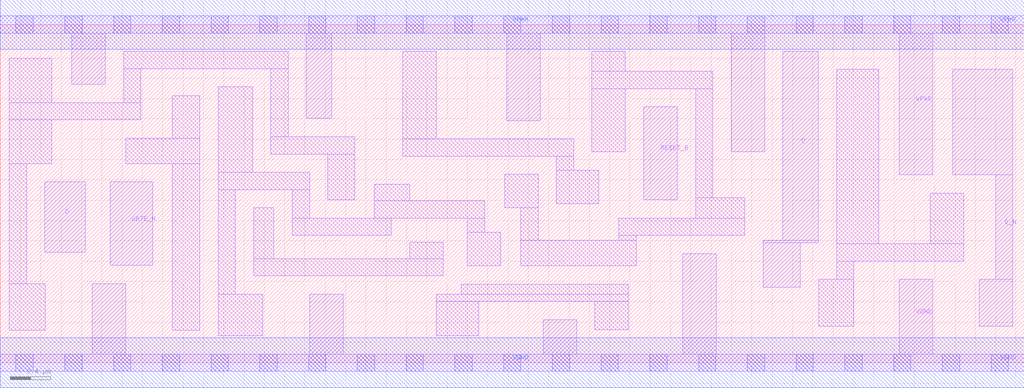
<source format=lef>
# Copyright 2020 The SkyWater PDK Authors
#
# Licensed under the Apache License, Version 2.0 (the "License");
# you may not use this file except in compliance with the License.
# You may obtain a copy of the License at
#
#     https://www.apache.org/licenses/LICENSE-2.0
#
# Unless required by applicable law or agreed to in writing, software
# distributed under the License is distributed on an "AS IS" BASIS,
# WITHOUT WARRANTIES OR CONDITIONS OF ANY KIND, either express or implied.
# See the License for the specific language governing permissions and
# limitations under the License.
#
# SPDX-License-Identifier: Apache-2.0

VERSION 5.7 ;
  NAMESCASESENSITIVE ON ;
  NOWIREEXTENSIONATPIN ON ;
  DIVIDERCHAR "/" ;
  BUSBITCHARS "[]" ;
UNITS
  DATABASE MICRONS 200 ;
END UNITS
MACRO sky130_fd_sc_lp__dlrbn_lp
  CLASS CORE ;
  SOURCE USER ;
  FOREIGN sky130_fd_sc_lp__dlrbn_lp ;
  ORIGIN  0.000000  0.000000 ;
  SIZE  10.08000 BY  3.330000 ;
  SYMMETRY X Y R90 ;
  SITE unit ;
  PIN D
    ANTENNAGATEAREA  0.376000 ;
    DIRECTION INPUT ;
    USE SIGNAL ;
    PORT
      LAYER li1 ;
        RECT 0.440000 1.090000 0.835000 1.780000 ;
    END
  END D
  PIN Q
    ANTENNADIFFAREA  0.402600 ;
    DIRECTION OUTPUT ;
    USE SIGNAL ;
    PORT
      LAYER li1 ;
        RECT 7.510000 0.745000 7.875000 1.180000 ;
        RECT 7.510000 1.180000 8.055000 1.205000 ;
        RECT 7.705000 1.205000 8.055000 3.065000 ;
    END
  END Q
  PIN Q_N
    ANTENNADIFFAREA  0.402600 ;
    DIRECTION OUTPUT ;
    USE SIGNAL ;
    PORT
      LAYER li1 ;
        RECT 9.380000 1.850000 9.970000 2.890000 ;
        RECT 9.640000 0.360000 9.970000 0.820000 ;
        RECT 9.800000 0.820000 9.970000 1.850000 ;
    END
  END Q_N
  PIN RESET_B
    ANTENNAGATEAREA  0.313000 ;
    DIRECTION INPUT ;
    USE SIGNAL ;
    PORT
      LAYER li1 ;
        RECT 6.335000 1.605000 6.665000 2.520000 ;
    END
  END RESET_B
  PIN GATE_N
    ANTENNAGATEAREA  0.376000 ;
    DIRECTION INPUT ;
    USE CLOCK ;
    PORT
      LAYER li1 ;
        RECT 1.085000 0.960000 1.500000 1.780000 ;
    END
  END GATE_N
  PIN VGND
    DIRECTION INOUT ;
    USE GROUND ;
    PORT
      LAYER li1 ;
        RECT 0.000000 -0.085000 10.080000 0.085000 ;
        RECT 0.905000  0.085000  1.235000 0.780000 ;
        RECT 3.045000  0.085000  3.375000 0.675000 ;
        RECT 5.345000  0.085000  5.675000 0.425000 ;
        RECT 6.720000  0.085000  7.050000 1.075000 ;
        RECT 8.850000  0.085000  9.180000 0.820000 ;
      LAYER mcon ;
        RECT 0.155000 -0.085000 0.325000 0.085000 ;
        RECT 0.635000 -0.085000 0.805000 0.085000 ;
        RECT 1.115000 -0.085000 1.285000 0.085000 ;
        RECT 1.595000 -0.085000 1.765000 0.085000 ;
        RECT 2.075000 -0.085000 2.245000 0.085000 ;
        RECT 2.555000 -0.085000 2.725000 0.085000 ;
        RECT 3.035000 -0.085000 3.205000 0.085000 ;
        RECT 3.515000 -0.085000 3.685000 0.085000 ;
        RECT 3.995000 -0.085000 4.165000 0.085000 ;
        RECT 4.475000 -0.085000 4.645000 0.085000 ;
        RECT 4.955000 -0.085000 5.125000 0.085000 ;
        RECT 5.435000 -0.085000 5.605000 0.085000 ;
        RECT 5.915000 -0.085000 6.085000 0.085000 ;
        RECT 6.395000 -0.085000 6.565000 0.085000 ;
        RECT 6.875000 -0.085000 7.045000 0.085000 ;
        RECT 7.355000 -0.085000 7.525000 0.085000 ;
        RECT 7.835000 -0.085000 8.005000 0.085000 ;
        RECT 8.315000 -0.085000 8.485000 0.085000 ;
        RECT 8.795000 -0.085000 8.965000 0.085000 ;
        RECT 9.275000 -0.085000 9.445000 0.085000 ;
        RECT 9.755000 -0.085000 9.925000 0.085000 ;
      LAYER met1 ;
        RECT 0.000000 -0.245000 10.080000 0.245000 ;
    END
  END VGND
  PIN VPWR
    DIRECTION INOUT ;
    USE POWER ;
    PORT
      LAYER li1 ;
        RECT 0.000000 3.245000 10.080000 3.415000 ;
        RECT 0.705000 2.740000  1.035000 3.245000 ;
        RECT 3.015000 2.405000  3.265000 3.245000 ;
        RECT 4.985000 2.385000  5.315000 3.245000 ;
        RECT 7.195000 2.075000  7.525000 3.245000 ;
        RECT 8.850000 1.850000  9.180000 3.245000 ;
      LAYER mcon ;
        RECT 0.155000 3.245000 0.325000 3.415000 ;
        RECT 0.635000 3.245000 0.805000 3.415000 ;
        RECT 1.115000 3.245000 1.285000 3.415000 ;
        RECT 1.595000 3.245000 1.765000 3.415000 ;
        RECT 2.075000 3.245000 2.245000 3.415000 ;
        RECT 2.555000 3.245000 2.725000 3.415000 ;
        RECT 3.035000 3.245000 3.205000 3.415000 ;
        RECT 3.515000 3.245000 3.685000 3.415000 ;
        RECT 3.995000 3.245000 4.165000 3.415000 ;
        RECT 4.475000 3.245000 4.645000 3.415000 ;
        RECT 4.955000 3.245000 5.125000 3.415000 ;
        RECT 5.435000 3.245000 5.605000 3.415000 ;
        RECT 5.915000 3.245000 6.085000 3.415000 ;
        RECT 6.395000 3.245000 6.565000 3.415000 ;
        RECT 6.875000 3.245000 7.045000 3.415000 ;
        RECT 7.355000 3.245000 7.525000 3.415000 ;
        RECT 7.835000 3.245000 8.005000 3.415000 ;
        RECT 8.315000 3.245000 8.485000 3.415000 ;
        RECT 8.795000 3.245000 8.965000 3.415000 ;
        RECT 9.275000 3.245000 9.445000 3.415000 ;
        RECT 9.755000 3.245000 9.925000 3.415000 ;
      LAYER met1 ;
        RECT 0.000000 3.085000 10.080000 3.575000 ;
    END
  END VPWR
  OBS
    LAYER li1 ;
      RECT 0.090000 0.320000 0.445000 0.780000 ;
      RECT 0.090000 0.780000 0.260000 1.960000 ;
      RECT 0.090000 1.960000 0.505000 2.390000 ;
      RECT 0.090000 2.390000 1.385000 2.560000 ;
      RECT 0.090000 2.560000 0.505000 3.000000 ;
      RECT 1.215000 2.560000 1.385000 2.895000 ;
      RECT 1.215000 2.895000 2.835000 3.065000 ;
      RECT 1.235000 1.960000 1.965000 2.210000 ;
      RECT 1.695000 0.320000 1.965000 1.960000 ;
      RECT 1.695000 2.210000 1.965000 2.630000 ;
      RECT 2.145000 0.265000 2.585000 0.675000 ;
      RECT 2.145000 0.675000 2.315000 1.705000 ;
      RECT 2.145000 1.705000 3.045000 1.875000 ;
      RECT 2.145000 1.875000 2.485000 2.715000 ;
      RECT 2.495000 0.855000 4.360000 1.025000 ;
      RECT 2.495000 1.025000 2.695000 1.525000 ;
      RECT 2.665000 2.055000 3.490000 2.225000 ;
      RECT 2.665000 2.225000 2.835000 2.895000 ;
      RECT 2.875000 1.255000 3.850000 1.425000 ;
      RECT 2.875000 1.425000 3.045000 1.705000 ;
      RECT 3.225000 1.605000 3.490000 2.055000 ;
      RECT 3.680000 1.425000 4.770000 1.595000 ;
      RECT 3.680000 1.595000 4.030000 1.755000 ;
      RECT 3.965000 2.035000 5.645000 2.205000 ;
      RECT 3.965000 2.205000 4.295000 3.065000 ;
      RECT 4.030000 1.025000 4.360000 1.185000 ;
      RECT 4.295000 0.265000 4.710000 0.605000 ;
      RECT 4.295000 0.605000 6.185000 0.675000 ;
      RECT 4.540000 0.675000 6.185000 0.775000 ;
      RECT 4.600000 0.955000 4.930000 1.285000 ;
      RECT 4.600000 1.285000 4.770000 1.425000 ;
      RECT 4.965000 1.525000 5.295000 1.855000 ;
      RECT 5.125000 0.955000 6.260000 1.205000 ;
      RECT 5.125000 1.205000 5.295000 1.525000 ;
      RECT 5.475000 1.565000 5.890000 1.895000 ;
      RECT 5.475000 1.895000 5.645000 2.035000 ;
      RECT 5.825000 2.075000 6.155000 2.700000 ;
      RECT 5.825000 2.700000 7.015000 2.870000 ;
      RECT 5.825000 2.870000 6.155000 3.065000 ;
      RECT 5.855000 0.325000 6.185000 0.605000 ;
      RECT 6.090000 1.205000 6.260000 1.255000 ;
      RECT 6.090000 1.255000 7.330000 1.425000 ;
      RECT 6.845000 1.425000 7.330000 1.625000 ;
      RECT 6.845000 1.625000 7.015000 2.700000 ;
      RECT 8.060000 0.360000 8.405000 0.820000 ;
      RECT 8.235000 0.820000 8.405000 1.000000 ;
      RECT 8.235000 1.000000 9.485000 1.170000 ;
      RECT 8.235000 1.170000 8.650000 2.890000 ;
      RECT 9.155000 1.170000 9.485000 1.670000 ;
  END
END sky130_fd_sc_lp__dlrbn_lp

</source>
